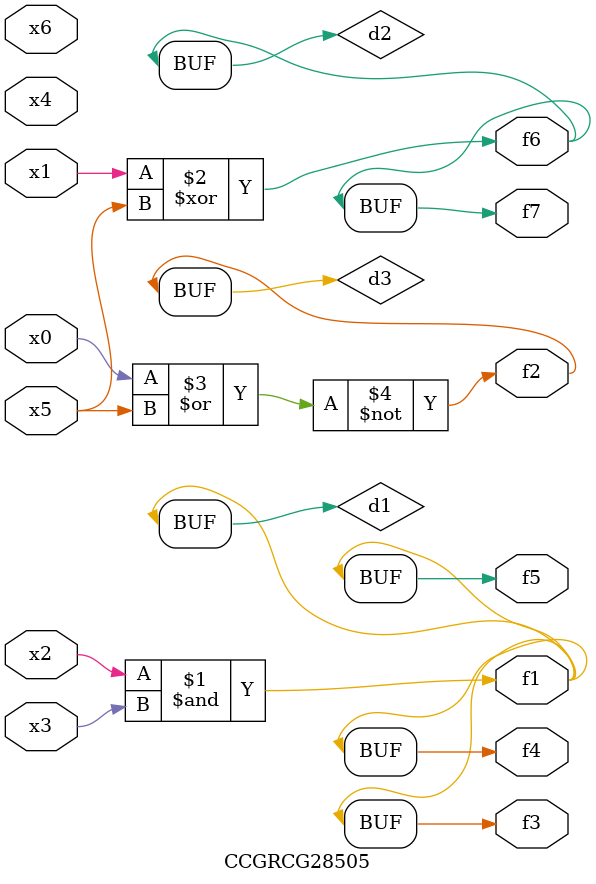
<source format=v>
module CCGRCG28505(
	input x0, x1, x2, x3, x4, x5, x6,
	output f1, f2, f3, f4, f5, f6, f7
);

	wire d1, d2, d3;

	and (d1, x2, x3);
	xor (d2, x1, x5);
	nor (d3, x0, x5);
	assign f1 = d1;
	assign f2 = d3;
	assign f3 = d1;
	assign f4 = d1;
	assign f5 = d1;
	assign f6 = d2;
	assign f7 = d2;
endmodule

</source>
